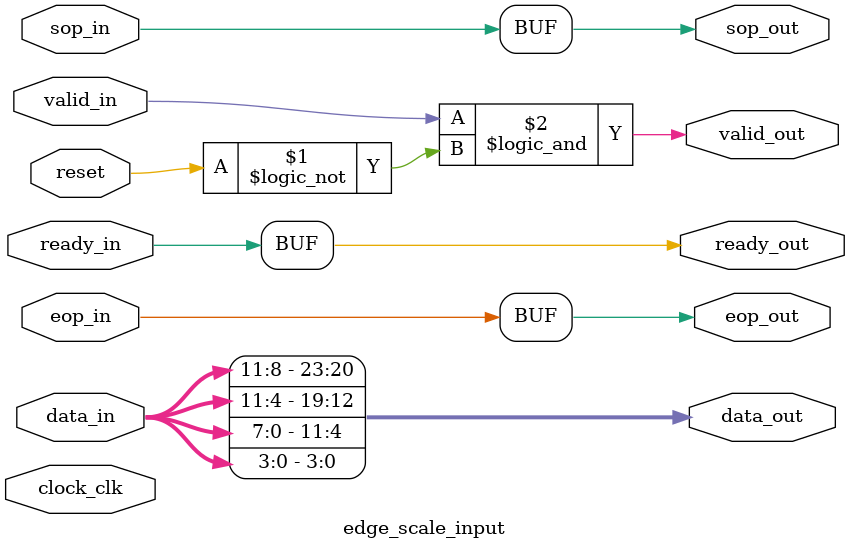
<source format=sv>
module edge_scale_input (
    input  clock_clk,
    input  logic  [11:0]data_in,
    input  logic                sop_in,
    input  logic                eop_in,
    input  logic                valid_in,
    output logic                ready_out,

    input  logic                ready_in,
    input  logic                reset,

    output logic [23:0] data_out,
    output logic                sop_out,
    output logic                eop_out,
    output logic                valid_out

);

    assign ready_out = ready_in;
    // expand the 12 bit RGB to 24 bit RGB
    assign data_out = {{2{data_in[11:8]}},{2{data_in[7:4]}},{2{data_in[3:0]}}};

    // assign the signals as such
    assign eop_out = eop_in;
    assign sop_out = sop_in;
    assign valid_out = valid_in && (!reset);

endmodule
</source>
